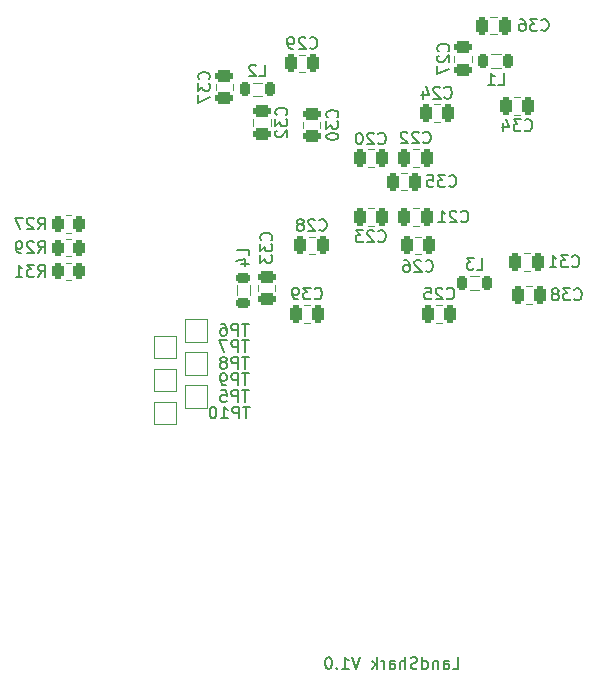
<source format=gbo>
%TF.GenerationSoftware,KiCad,Pcbnew,(6.0.5)*%
%TF.CreationDate,2025-04-13T13:17:39+02:00*%
%TF.ProjectId,LandShark,4c616e64-5368-4617-926b-2e6b69636164,rev?*%
%TF.SameCoordinates,Original*%
%TF.FileFunction,Legend,Bot*%
%TF.FilePolarity,Positive*%
%FSLAX46Y46*%
G04 Gerber Fmt 4.6, Leading zero omitted, Abs format (unit mm)*
G04 Created by KiCad (PCBNEW (6.0.5)) date 2025-04-13 13:17:39*
%MOMM*%
%LPD*%
G01*
G04 APERTURE LIST*
G04 Aperture macros list*
%AMRoundRect*
0 Rectangle with rounded corners*
0 $1 Rounding radius*
0 $2 $3 $4 $5 $6 $7 $8 $9 X,Y pos of 4 corners*
0 Add a 4 corners polygon primitive as box body*
4,1,4,$2,$3,$4,$5,$6,$7,$8,$9,$2,$3,0*
0 Add four circle primitives for the rounded corners*
1,1,$1+$1,$2,$3*
1,1,$1+$1,$4,$5*
1,1,$1+$1,$6,$7*
1,1,$1+$1,$8,$9*
0 Add four rect primitives between the rounded corners*
20,1,$1+$1,$2,$3,$4,$5,0*
20,1,$1+$1,$4,$5,$6,$7,0*
20,1,$1+$1,$6,$7,$8,$9,0*
20,1,$1+$1,$8,$9,$2,$3,0*%
G04 Aperture macros list end*
%ADD10C,0.150000*%
%ADD11C,0.120000*%
%ADD12C,2.000000*%
%ADD13R,1.700000X1.700000*%
%ADD14O,1.700000X1.700000*%
%ADD15RoundRect,0.250000X0.600000X-0.600000X0.600000X0.600000X-0.600000X0.600000X-0.600000X-0.600000X0*%
%ADD16C,1.700000*%
%ADD17C,6.400000*%
%ADD18C,1.524000*%
%ADD19RoundRect,0.250000X-0.475000X0.250000X-0.475000X-0.250000X0.475000X-0.250000X0.475000X0.250000X0*%
%ADD20R,1.500000X1.500000*%
%ADD21RoundRect,0.250000X0.250000X0.475000X-0.250000X0.475000X-0.250000X-0.475000X0.250000X-0.475000X0*%
%ADD22RoundRect,0.250000X-0.250000X-0.475000X0.250000X-0.475000X0.250000X0.475000X-0.250000X0.475000X0*%
%ADD23RoundRect,0.250000X0.475000X-0.250000X0.475000X0.250000X-0.475000X0.250000X-0.475000X-0.250000X0*%
%ADD24RoundRect,0.218750X-0.381250X0.218750X-0.381250X-0.218750X0.381250X-0.218750X0.381250X0.218750X0*%
%ADD25RoundRect,0.250000X-0.262500X-0.450000X0.262500X-0.450000X0.262500X0.450000X-0.262500X0.450000X0*%
%ADD26RoundRect,0.250000X0.262500X0.450000X-0.262500X0.450000X-0.262500X-0.450000X0.262500X-0.450000X0*%
%ADD27RoundRect,0.218750X0.218750X0.381250X-0.218750X0.381250X-0.218750X-0.381250X0.218750X-0.381250X0*%
%ADD28RoundRect,0.218750X-0.218750X-0.381250X0.218750X-0.381250X0.218750X0.381250X-0.218750X0.381250X0*%
G04 APERTURE END LIST*
D10*
X139542857Y-141252380D02*
X140019047Y-141252380D01*
X140019047Y-140252380D01*
X138780952Y-141252380D02*
X138780952Y-140728571D01*
X138828571Y-140633333D01*
X138923809Y-140585714D01*
X139114285Y-140585714D01*
X139209523Y-140633333D01*
X138780952Y-141204761D02*
X138876190Y-141252380D01*
X139114285Y-141252380D01*
X139209523Y-141204761D01*
X139257142Y-141109523D01*
X139257142Y-141014285D01*
X139209523Y-140919047D01*
X139114285Y-140871428D01*
X138876190Y-140871428D01*
X138780952Y-140823809D01*
X138304761Y-140585714D02*
X138304761Y-141252380D01*
X138304761Y-140680952D02*
X138257142Y-140633333D01*
X138161904Y-140585714D01*
X138019047Y-140585714D01*
X137923809Y-140633333D01*
X137876190Y-140728571D01*
X137876190Y-141252380D01*
X136971428Y-141252380D02*
X136971428Y-140252380D01*
X136971428Y-141204761D02*
X137066666Y-141252380D01*
X137257142Y-141252380D01*
X137352380Y-141204761D01*
X137400000Y-141157142D01*
X137447619Y-141061904D01*
X137447619Y-140776190D01*
X137400000Y-140680952D01*
X137352380Y-140633333D01*
X137257142Y-140585714D01*
X137066666Y-140585714D01*
X136971428Y-140633333D01*
X136542857Y-141204761D02*
X136400000Y-141252380D01*
X136161904Y-141252380D01*
X136066666Y-141204761D01*
X136019047Y-141157142D01*
X135971428Y-141061904D01*
X135971428Y-140966666D01*
X136019047Y-140871428D01*
X136066666Y-140823809D01*
X136161904Y-140776190D01*
X136352380Y-140728571D01*
X136447619Y-140680952D01*
X136495238Y-140633333D01*
X136542857Y-140538095D01*
X136542857Y-140442857D01*
X136495238Y-140347619D01*
X136447619Y-140300000D01*
X136352380Y-140252380D01*
X136114285Y-140252380D01*
X135971428Y-140300000D01*
X135542857Y-141252380D02*
X135542857Y-140252380D01*
X135114285Y-141252380D02*
X135114285Y-140728571D01*
X135161904Y-140633333D01*
X135257142Y-140585714D01*
X135400000Y-140585714D01*
X135495238Y-140633333D01*
X135542857Y-140680952D01*
X134209523Y-141252380D02*
X134209523Y-140728571D01*
X134257142Y-140633333D01*
X134352380Y-140585714D01*
X134542857Y-140585714D01*
X134638095Y-140633333D01*
X134209523Y-141204761D02*
X134304761Y-141252380D01*
X134542857Y-141252380D01*
X134638095Y-141204761D01*
X134685714Y-141109523D01*
X134685714Y-141014285D01*
X134638095Y-140919047D01*
X134542857Y-140871428D01*
X134304761Y-140871428D01*
X134209523Y-140823809D01*
X133733333Y-141252380D02*
X133733333Y-140585714D01*
X133733333Y-140776190D02*
X133685714Y-140680952D01*
X133638095Y-140633333D01*
X133542857Y-140585714D01*
X133447619Y-140585714D01*
X133114285Y-141252380D02*
X133114285Y-140252380D01*
X133019047Y-140871428D02*
X132733333Y-141252380D01*
X132733333Y-140585714D02*
X133114285Y-140966666D01*
X131685714Y-140252380D02*
X131352380Y-141252380D01*
X131019047Y-140252380D01*
X130161904Y-141252380D02*
X130733333Y-141252380D01*
X130447619Y-141252380D02*
X130447619Y-140252380D01*
X130542857Y-140395238D01*
X130638095Y-140490476D01*
X130733333Y-140538095D01*
X129733333Y-141157142D02*
X129685714Y-141204761D01*
X129733333Y-141252380D01*
X129780952Y-141204761D01*
X129733333Y-141157142D01*
X129733333Y-141252380D01*
X129066666Y-140252380D02*
X128971428Y-140252380D01*
X128876190Y-140300000D01*
X128828571Y-140347619D01*
X128780952Y-140442857D01*
X128733333Y-140633333D01*
X128733333Y-140871428D01*
X128780952Y-141061904D01*
X128828571Y-141157142D01*
X128876190Y-141204761D01*
X128971428Y-141252380D01*
X129066666Y-141252380D01*
X129161904Y-141204761D01*
X129209523Y-141157142D01*
X129257142Y-141061904D01*
X129304761Y-140871428D01*
X129304761Y-140633333D01*
X129257142Y-140442857D01*
X129209523Y-140347619D01*
X129161904Y-140300000D01*
X129066666Y-140252380D01*
%TO.C,C30*%
X129757142Y-94557142D02*
X129804761Y-94509523D01*
X129852380Y-94366666D01*
X129852380Y-94271428D01*
X129804761Y-94128571D01*
X129709523Y-94033333D01*
X129614285Y-93985714D01*
X129423809Y-93938095D01*
X129280952Y-93938095D01*
X129090476Y-93985714D01*
X128995238Y-94033333D01*
X128900000Y-94128571D01*
X128852380Y-94271428D01*
X128852380Y-94366666D01*
X128900000Y-94509523D01*
X128947619Y-94557142D01*
X128852380Y-94890476D02*
X128852380Y-95509523D01*
X129233333Y-95176190D01*
X129233333Y-95319047D01*
X129280952Y-95414285D01*
X129328571Y-95461904D01*
X129423809Y-95509523D01*
X129661904Y-95509523D01*
X129757142Y-95461904D01*
X129804761Y-95414285D01*
X129852380Y-95319047D01*
X129852380Y-95033333D01*
X129804761Y-94938095D01*
X129757142Y-94890476D01*
X128852380Y-96128571D02*
X128852380Y-96223809D01*
X128900000Y-96319047D01*
X128947619Y-96366666D01*
X129042857Y-96414285D01*
X129233333Y-96461904D01*
X129471428Y-96461904D01*
X129661904Y-96414285D01*
X129757142Y-96366666D01*
X129804761Y-96319047D01*
X129852380Y-96223809D01*
X129852380Y-96128571D01*
X129804761Y-96033333D01*
X129757142Y-95985714D01*
X129661904Y-95938095D01*
X129471428Y-95890476D01*
X129233333Y-95890476D01*
X129042857Y-95938095D01*
X128947619Y-95985714D01*
X128900000Y-96033333D01*
X128852380Y-96128571D01*
%TO.C,TP10*%
X122338095Y-119052380D02*
X121766666Y-119052380D01*
X122052380Y-120052380D02*
X122052380Y-119052380D01*
X121433333Y-120052380D02*
X121433333Y-119052380D01*
X121052380Y-119052380D01*
X120957142Y-119100000D01*
X120909523Y-119147619D01*
X120861904Y-119242857D01*
X120861904Y-119385714D01*
X120909523Y-119480952D01*
X120957142Y-119528571D01*
X121052380Y-119576190D01*
X121433333Y-119576190D01*
X119909523Y-120052380D02*
X120480952Y-120052380D01*
X120195238Y-120052380D02*
X120195238Y-119052380D01*
X120290476Y-119195238D01*
X120385714Y-119290476D01*
X120480952Y-119338095D01*
X119290476Y-119052380D02*
X119195238Y-119052380D01*
X119100000Y-119100000D01*
X119052380Y-119147619D01*
X119004761Y-119242857D01*
X118957142Y-119433333D01*
X118957142Y-119671428D01*
X119004761Y-119861904D01*
X119052380Y-119957142D01*
X119100000Y-120004761D01*
X119195238Y-120052380D01*
X119290476Y-120052380D01*
X119385714Y-120004761D01*
X119433333Y-119957142D01*
X119480952Y-119861904D01*
X119528571Y-119671428D01*
X119528571Y-119433333D01*
X119480952Y-119242857D01*
X119433333Y-119147619D01*
X119385714Y-119100000D01*
X119290476Y-119052380D01*
%TO.C,TP5*%
X122261904Y-117652380D02*
X121690476Y-117652380D01*
X121976190Y-118652380D02*
X121976190Y-117652380D01*
X121357142Y-118652380D02*
X121357142Y-117652380D01*
X120976190Y-117652380D01*
X120880952Y-117700000D01*
X120833333Y-117747619D01*
X120785714Y-117842857D01*
X120785714Y-117985714D01*
X120833333Y-118080952D01*
X120880952Y-118128571D01*
X120976190Y-118176190D01*
X121357142Y-118176190D01*
X119880952Y-117652380D02*
X120357142Y-117652380D01*
X120404761Y-118128571D01*
X120357142Y-118080952D01*
X120261904Y-118033333D01*
X120023809Y-118033333D01*
X119928571Y-118080952D01*
X119880952Y-118128571D01*
X119833333Y-118223809D01*
X119833333Y-118461904D01*
X119880952Y-118557142D01*
X119928571Y-118604761D01*
X120023809Y-118652380D01*
X120261904Y-118652380D01*
X120357142Y-118604761D01*
X120404761Y-118557142D01*
%TO.C,C21*%
X140242857Y-103357142D02*
X140290476Y-103404761D01*
X140433333Y-103452380D01*
X140528571Y-103452380D01*
X140671428Y-103404761D01*
X140766666Y-103309523D01*
X140814285Y-103214285D01*
X140861904Y-103023809D01*
X140861904Y-102880952D01*
X140814285Y-102690476D01*
X140766666Y-102595238D01*
X140671428Y-102500000D01*
X140528571Y-102452380D01*
X140433333Y-102452380D01*
X140290476Y-102500000D01*
X140242857Y-102547619D01*
X139861904Y-102547619D02*
X139814285Y-102500000D01*
X139719047Y-102452380D01*
X139480952Y-102452380D01*
X139385714Y-102500000D01*
X139338095Y-102547619D01*
X139290476Y-102642857D01*
X139290476Y-102738095D01*
X139338095Y-102880952D01*
X139909523Y-103452380D01*
X139290476Y-103452380D01*
X138338095Y-103452380D02*
X138909523Y-103452380D01*
X138623809Y-103452380D02*
X138623809Y-102452380D01*
X138719047Y-102595238D01*
X138814285Y-102690476D01*
X138909523Y-102738095D01*
%TO.C,C34*%
X145642857Y-95637142D02*
X145690476Y-95684761D01*
X145833333Y-95732380D01*
X145928571Y-95732380D01*
X146071428Y-95684761D01*
X146166666Y-95589523D01*
X146214285Y-95494285D01*
X146261904Y-95303809D01*
X146261904Y-95160952D01*
X146214285Y-94970476D01*
X146166666Y-94875238D01*
X146071428Y-94780000D01*
X145928571Y-94732380D01*
X145833333Y-94732380D01*
X145690476Y-94780000D01*
X145642857Y-94827619D01*
X145309523Y-94732380D02*
X144690476Y-94732380D01*
X145023809Y-95113333D01*
X144880952Y-95113333D01*
X144785714Y-95160952D01*
X144738095Y-95208571D01*
X144690476Y-95303809D01*
X144690476Y-95541904D01*
X144738095Y-95637142D01*
X144785714Y-95684761D01*
X144880952Y-95732380D01*
X145166666Y-95732380D01*
X145261904Y-95684761D01*
X145309523Y-95637142D01*
X143833333Y-95065714D02*
X143833333Y-95732380D01*
X144071428Y-94684761D02*
X144309523Y-95399047D01*
X143690476Y-95399047D01*
%TO.C,C33*%
X124157142Y-104957142D02*
X124204761Y-104909523D01*
X124252380Y-104766666D01*
X124252380Y-104671428D01*
X124204761Y-104528571D01*
X124109523Y-104433333D01*
X124014285Y-104385714D01*
X123823809Y-104338095D01*
X123680952Y-104338095D01*
X123490476Y-104385714D01*
X123395238Y-104433333D01*
X123300000Y-104528571D01*
X123252380Y-104671428D01*
X123252380Y-104766666D01*
X123300000Y-104909523D01*
X123347619Y-104957142D01*
X123252380Y-105290476D02*
X123252380Y-105909523D01*
X123633333Y-105576190D01*
X123633333Y-105719047D01*
X123680952Y-105814285D01*
X123728571Y-105861904D01*
X123823809Y-105909523D01*
X124061904Y-105909523D01*
X124157142Y-105861904D01*
X124204761Y-105814285D01*
X124252380Y-105719047D01*
X124252380Y-105433333D01*
X124204761Y-105338095D01*
X124157142Y-105290476D01*
X123252380Y-106242857D02*
X123252380Y-106861904D01*
X123633333Y-106528571D01*
X123633333Y-106671428D01*
X123680952Y-106766666D01*
X123728571Y-106814285D01*
X123823809Y-106861904D01*
X124061904Y-106861904D01*
X124157142Y-106814285D01*
X124204761Y-106766666D01*
X124252380Y-106671428D01*
X124252380Y-106385714D01*
X124204761Y-106290476D01*
X124157142Y-106242857D01*
%TO.C,C29*%
X127442857Y-88677142D02*
X127490476Y-88724761D01*
X127633333Y-88772380D01*
X127728571Y-88772380D01*
X127871428Y-88724761D01*
X127966666Y-88629523D01*
X128014285Y-88534285D01*
X128061904Y-88343809D01*
X128061904Y-88200952D01*
X128014285Y-88010476D01*
X127966666Y-87915238D01*
X127871428Y-87820000D01*
X127728571Y-87772380D01*
X127633333Y-87772380D01*
X127490476Y-87820000D01*
X127442857Y-87867619D01*
X127061904Y-87867619D02*
X127014285Y-87820000D01*
X126919047Y-87772380D01*
X126680952Y-87772380D01*
X126585714Y-87820000D01*
X126538095Y-87867619D01*
X126490476Y-87962857D01*
X126490476Y-88058095D01*
X126538095Y-88200952D01*
X127109523Y-88772380D01*
X126490476Y-88772380D01*
X126014285Y-88772380D02*
X125823809Y-88772380D01*
X125728571Y-88724761D01*
X125680952Y-88677142D01*
X125585714Y-88534285D01*
X125538095Y-88343809D01*
X125538095Y-87962857D01*
X125585714Y-87867619D01*
X125633333Y-87820000D01*
X125728571Y-87772380D01*
X125919047Y-87772380D01*
X126014285Y-87820000D01*
X126061904Y-87867619D01*
X126109523Y-87962857D01*
X126109523Y-88200952D01*
X126061904Y-88296190D01*
X126014285Y-88343809D01*
X125919047Y-88391428D01*
X125728571Y-88391428D01*
X125633333Y-88343809D01*
X125585714Y-88296190D01*
X125538095Y-88200952D01*
%TO.C,C32*%
X125437142Y-94357142D02*
X125484761Y-94309523D01*
X125532380Y-94166666D01*
X125532380Y-94071428D01*
X125484761Y-93928571D01*
X125389523Y-93833333D01*
X125294285Y-93785714D01*
X125103809Y-93738095D01*
X124960952Y-93738095D01*
X124770476Y-93785714D01*
X124675238Y-93833333D01*
X124580000Y-93928571D01*
X124532380Y-94071428D01*
X124532380Y-94166666D01*
X124580000Y-94309523D01*
X124627619Y-94357142D01*
X124532380Y-94690476D02*
X124532380Y-95309523D01*
X124913333Y-94976190D01*
X124913333Y-95119047D01*
X124960952Y-95214285D01*
X125008571Y-95261904D01*
X125103809Y-95309523D01*
X125341904Y-95309523D01*
X125437142Y-95261904D01*
X125484761Y-95214285D01*
X125532380Y-95119047D01*
X125532380Y-94833333D01*
X125484761Y-94738095D01*
X125437142Y-94690476D01*
X124627619Y-95690476D02*
X124580000Y-95738095D01*
X124532380Y-95833333D01*
X124532380Y-96071428D01*
X124580000Y-96166666D01*
X124627619Y-96214285D01*
X124722857Y-96261904D01*
X124818095Y-96261904D01*
X124960952Y-96214285D01*
X125532380Y-95642857D01*
X125532380Y-96261904D01*
%TO.C,L4*%
X122252380Y-106233333D02*
X122252380Y-105757142D01*
X121252380Y-105757142D01*
X121585714Y-106995238D02*
X122252380Y-106995238D01*
X121204761Y-106757142D02*
X121919047Y-106519047D01*
X121919047Y-107138095D01*
%TO.C,C23*%
X133242857Y-105037142D02*
X133290476Y-105084761D01*
X133433333Y-105132380D01*
X133528571Y-105132380D01*
X133671428Y-105084761D01*
X133766666Y-104989523D01*
X133814285Y-104894285D01*
X133861904Y-104703809D01*
X133861904Y-104560952D01*
X133814285Y-104370476D01*
X133766666Y-104275238D01*
X133671428Y-104180000D01*
X133528571Y-104132380D01*
X133433333Y-104132380D01*
X133290476Y-104180000D01*
X133242857Y-104227619D01*
X132861904Y-104227619D02*
X132814285Y-104180000D01*
X132719047Y-104132380D01*
X132480952Y-104132380D01*
X132385714Y-104180000D01*
X132338095Y-104227619D01*
X132290476Y-104322857D01*
X132290476Y-104418095D01*
X132338095Y-104560952D01*
X132909523Y-105132380D01*
X132290476Y-105132380D01*
X131957142Y-104132380D02*
X131338095Y-104132380D01*
X131671428Y-104513333D01*
X131528571Y-104513333D01*
X131433333Y-104560952D01*
X131385714Y-104608571D01*
X131338095Y-104703809D01*
X131338095Y-104941904D01*
X131385714Y-105037142D01*
X131433333Y-105084761D01*
X131528571Y-105132380D01*
X131814285Y-105132380D01*
X131909523Y-105084761D01*
X131957142Y-105037142D01*
%TO.C,C39*%
X127842857Y-109877142D02*
X127890476Y-109924761D01*
X128033333Y-109972380D01*
X128128571Y-109972380D01*
X128271428Y-109924761D01*
X128366666Y-109829523D01*
X128414285Y-109734285D01*
X128461904Y-109543809D01*
X128461904Y-109400952D01*
X128414285Y-109210476D01*
X128366666Y-109115238D01*
X128271428Y-109020000D01*
X128128571Y-108972380D01*
X128033333Y-108972380D01*
X127890476Y-109020000D01*
X127842857Y-109067619D01*
X127509523Y-108972380D02*
X126890476Y-108972380D01*
X127223809Y-109353333D01*
X127080952Y-109353333D01*
X126985714Y-109400952D01*
X126938095Y-109448571D01*
X126890476Y-109543809D01*
X126890476Y-109781904D01*
X126938095Y-109877142D01*
X126985714Y-109924761D01*
X127080952Y-109972380D01*
X127366666Y-109972380D01*
X127461904Y-109924761D01*
X127509523Y-109877142D01*
X126414285Y-109972380D02*
X126223809Y-109972380D01*
X126128571Y-109924761D01*
X126080952Y-109877142D01*
X125985714Y-109734285D01*
X125938095Y-109543809D01*
X125938095Y-109162857D01*
X125985714Y-109067619D01*
X126033333Y-109020000D01*
X126128571Y-108972380D01*
X126319047Y-108972380D01*
X126414285Y-109020000D01*
X126461904Y-109067619D01*
X126509523Y-109162857D01*
X126509523Y-109400952D01*
X126461904Y-109496190D01*
X126414285Y-109543809D01*
X126319047Y-109591428D01*
X126128571Y-109591428D01*
X126033333Y-109543809D01*
X125985714Y-109496190D01*
X125938095Y-109400952D01*
%TO.C,C35*%
X139242857Y-100357142D02*
X139290476Y-100404761D01*
X139433333Y-100452380D01*
X139528571Y-100452380D01*
X139671428Y-100404761D01*
X139766666Y-100309523D01*
X139814285Y-100214285D01*
X139861904Y-100023809D01*
X139861904Y-99880952D01*
X139814285Y-99690476D01*
X139766666Y-99595238D01*
X139671428Y-99500000D01*
X139528571Y-99452380D01*
X139433333Y-99452380D01*
X139290476Y-99500000D01*
X139242857Y-99547619D01*
X138909523Y-99452380D02*
X138290476Y-99452380D01*
X138623809Y-99833333D01*
X138480952Y-99833333D01*
X138385714Y-99880952D01*
X138338095Y-99928571D01*
X138290476Y-100023809D01*
X138290476Y-100261904D01*
X138338095Y-100357142D01*
X138385714Y-100404761D01*
X138480952Y-100452380D01*
X138766666Y-100452380D01*
X138861904Y-100404761D01*
X138909523Y-100357142D01*
X137385714Y-99452380D02*
X137861904Y-99452380D01*
X137909523Y-99928571D01*
X137861904Y-99880952D01*
X137766666Y-99833333D01*
X137528571Y-99833333D01*
X137433333Y-99880952D01*
X137385714Y-99928571D01*
X137338095Y-100023809D01*
X137338095Y-100261904D01*
X137385714Y-100357142D01*
X137433333Y-100404761D01*
X137528571Y-100452380D01*
X137766666Y-100452380D01*
X137861904Y-100404761D01*
X137909523Y-100357142D01*
%TO.C,C24*%
X138842857Y-92877142D02*
X138890476Y-92924761D01*
X139033333Y-92972380D01*
X139128571Y-92972380D01*
X139271428Y-92924761D01*
X139366666Y-92829523D01*
X139414285Y-92734285D01*
X139461904Y-92543809D01*
X139461904Y-92400952D01*
X139414285Y-92210476D01*
X139366666Y-92115238D01*
X139271428Y-92020000D01*
X139128571Y-91972380D01*
X139033333Y-91972380D01*
X138890476Y-92020000D01*
X138842857Y-92067619D01*
X138461904Y-92067619D02*
X138414285Y-92020000D01*
X138319047Y-91972380D01*
X138080952Y-91972380D01*
X137985714Y-92020000D01*
X137938095Y-92067619D01*
X137890476Y-92162857D01*
X137890476Y-92258095D01*
X137938095Y-92400952D01*
X138509523Y-92972380D01*
X137890476Y-92972380D01*
X137033333Y-92305714D02*
X137033333Y-92972380D01*
X137271428Y-91924761D02*
X137509523Y-92639047D01*
X136890476Y-92639047D01*
%TO.C,C25*%
X139042857Y-109877142D02*
X139090476Y-109924761D01*
X139233333Y-109972380D01*
X139328571Y-109972380D01*
X139471428Y-109924761D01*
X139566666Y-109829523D01*
X139614285Y-109734285D01*
X139661904Y-109543809D01*
X139661904Y-109400952D01*
X139614285Y-109210476D01*
X139566666Y-109115238D01*
X139471428Y-109020000D01*
X139328571Y-108972380D01*
X139233333Y-108972380D01*
X139090476Y-109020000D01*
X139042857Y-109067619D01*
X138661904Y-109067619D02*
X138614285Y-109020000D01*
X138519047Y-108972380D01*
X138280952Y-108972380D01*
X138185714Y-109020000D01*
X138138095Y-109067619D01*
X138090476Y-109162857D01*
X138090476Y-109258095D01*
X138138095Y-109400952D01*
X138709523Y-109972380D01*
X138090476Y-109972380D01*
X137185714Y-108972380D02*
X137661904Y-108972380D01*
X137709523Y-109448571D01*
X137661904Y-109400952D01*
X137566666Y-109353333D01*
X137328571Y-109353333D01*
X137233333Y-109400952D01*
X137185714Y-109448571D01*
X137138095Y-109543809D01*
X137138095Y-109781904D01*
X137185714Y-109877142D01*
X137233333Y-109924761D01*
X137328571Y-109972380D01*
X137566666Y-109972380D01*
X137661904Y-109924761D01*
X137709523Y-109877142D01*
%TO.C,TP8*%
X122261904Y-114852380D02*
X121690476Y-114852380D01*
X121976190Y-115852380D02*
X121976190Y-114852380D01*
X121357142Y-115852380D02*
X121357142Y-114852380D01*
X120976190Y-114852380D01*
X120880952Y-114900000D01*
X120833333Y-114947619D01*
X120785714Y-115042857D01*
X120785714Y-115185714D01*
X120833333Y-115280952D01*
X120880952Y-115328571D01*
X120976190Y-115376190D01*
X121357142Y-115376190D01*
X120214285Y-115280952D02*
X120309523Y-115233333D01*
X120357142Y-115185714D01*
X120404761Y-115090476D01*
X120404761Y-115042857D01*
X120357142Y-114947619D01*
X120309523Y-114900000D01*
X120214285Y-114852380D01*
X120023809Y-114852380D01*
X119928571Y-114900000D01*
X119880952Y-114947619D01*
X119833333Y-115042857D01*
X119833333Y-115090476D01*
X119880952Y-115185714D01*
X119928571Y-115233333D01*
X120023809Y-115280952D01*
X120214285Y-115280952D01*
X120309523Y-115328571D01*
X120357142Y-115376190D01*
X120404761Y-115471428D01*
X120404761Y-115661904D01*
X120357142Y-115757142D01*
X120309523Y-115804761D01*
X120214285Y-115852380D01*
X120023809Y-115852380D01*
X119928571Y-115804761D01*
X119880952Y-115757142D01*
X119833333Y-115661904D01*
X119833333Y-115471428D01*
X119880952Y-115376190D01*
X119928571Y-115328571D01*
X120023809Y-115280952D01*
%TO.C,C27*%
X139157142Y-88957142D02*
X139204761Y-88909523D01*
X139252380Y-88766666D01*
X139252380Y-88671428D01*
X139204761Y-88528571D01*
X139109523Y-88433333D01*
X139014285Y-88385714D01*
X138823809Y-88338095D01*
X138680952Y-88338095D01*
X138490476Y-88385714D01*
X138395238Y-88433333D01*
X138300000Y-88528571D01*
X138252380Y-88671428D01*
X138252380Y-88766666D01*
X138300000Y-88909523D01*
X138347619Y-88957142D01*
X138347619Y-89338095D02*
X138300000Y-89385714D01*
X138252380Y-89480952D01*
X138252380Y-89719047D01*
X138300000Y-89814285D01*
X138347619Y-89861904D01*
X138442857Y-89909523D01*
X138538095Y-89909523D01*
X138680952Y-89861904D01*
X139252380Y-89290476D01*
X139252380Y-89909523D01*
X138252380Y-90242857D02*
X138252380Y-90909523D01*
X139252380Y-90480952D01*
%TO.C,R29*%
X104442857Y-106052380D02*
X104776190Y-105576190D01*
X105014285Y-106052380D02*
X105014285Y-105052380D01*
X104633333Y-105052380D01*
X104538095Y-105100000D01*
X104490476Y-105147619D01*
X104442857Y-105242857D01*
X104442857Y-105385714D01*
X104490476Y-105480952D01*
X104538095Y-105528571D01*
X104633333Y-105576190D01*
X105014285Y-105576190D01*
X104061904Y-105147619D02*
X104014285Y-105100000D01*
X103919047Y-105052380D01*
X103680952Y-105052380D01*
X103585714Y-105100000D01*
X103538095Y-105147619D01*
X103490476Y-105242857D01*
X103490476Y-105338095D01*
X103538095Y-105480952D01*
X104109523Y-106052380D01*
X103490476Y-106052380D01*
X103014285Y-106052380D02*
X102823809Y-106052380D01*
X102728571Y-106004761D01*
X102680952Y-105957142D01*
X102585714Y-105814285D01*
X102538095Y-105623809D01*
X102538095Y-105242857D01*
X102585714Y-105147619D01*
X102633333Y-105100000D01*
X102728571Y-105052380D01*
X102919047Y-105052380D01*
X103014285Y-105100000D01*
X103061904Y-105147619D01*
X103109523Y-105242857D01*
X103109523Y-105480952D01*
X103061904Y-105576190D01*
X103014285Y-105623809D01*
X102919047Y-105671428D01*
X102728571Y-105671428D01*
X102633333Y-105623809D01*
X102585714Y-105576190D01*
X102538095Y-105480952D01*
%TO.C,C38*%
X149842857Y-109957142D02*
X149890476Y-110004761D01*
X150033333Y-110052380D01*
X150128571Y-110052380D01*
X150271428Y-110004761D01*
X150366666Y-109909523D01*
X150414285Y-109814285D01*
X150461904Y-109623809D01*
X150461904Y-109480952D01*
X150414285Y-109290476D01*
X150366666Y-109195238D01*
X150271428Y-109100000D01*
X150128571Y-109052380D01*
X150033333Y-109052380D01*
X149890476Y-109100000D01*
X149842857Y-109147619D01*
X149509523Y-109052380D02*
X148890476Y-109052380D01*
X149223809Y-109433333D01*
X149080952Y-109433333D01*
X148985714Y-109480952D01*
X148938095Y-109528571D01*
X148890476Y-109623809D01*
X148890476Y-109861904D01*
X148938095Y-109957142D01*
X148985714Y-110004761D01*
X149080952Y-110052380D01*
X149366666Y-110052380D01*
X149461904Y-110004761D01*
X149509523Y-109957142D01*
X148319047Y-109480952D02*
X148414285Y-109433333D01*
X148461904Y-109385714D01*
X148509523Y-109290476D01*
X148509523Y-109242857D01*
X148461904Y-109147619D01*
X148414285Y-109100000D01*
X148319047Y-109052380D01*
X148128571Y-109052380D01*
X148033333Y-109100000D01*
X147985714Y-109147619D01*
X147938095Y-109242857D01*
X147938095Y-109290476D01*
X147985714Y-109385714D01*
X148033333Y-109433333D01*
X148128571Y-109480952D01*
X148319047Y-109480952D01*
X148414285Y-109528571D01*
X148461904Y-109576190D01*
X148509523Y-109671428D01*
X148509523Y-109861904D01*
X148461904Y-109957142D01*
X148414285Y-110004761D01*
X148319047Y-110052380D01*
X148128571Y-110052380D01*
X148033333Y-110004761D01*
X147985714Y-109957142D01*
X147938095Y-109861904D01*
X147938095Y-109671428D01*
X147985714Y-109576190D01*
X148033333Y-109528571D01*
X148128571Y-109480952D01*
%TO.C,R31*%
X104442857Y-108052380D02*
X104776190Y-107576190D01*
X105014285Y-108052380D02*
X105014285Y-107052380D01*
X104633333Y-107052380D01*
X104538095Y-107100000D01*
X104490476Y-107147619D01*
X104442857Y-107242857D01*
X104442857Y-107385714D01*
X104490476Y-107480952D01*
X104538095Y-107528571D01*
X104633333Y-107576190D01*
X105014285Y-107576190D01*
X104109523Y-107052380D02*
X103490476Y-107052380D01*
X103823809Y-107433333D01*
X103680952Y-107433333D01*
X103585714Y-107480952D01*
X103538095Y-107528571D01*
X103490476Y-107623809D01*
X103490476Y-107861904D01*
X103538095Y-107957142D01*
X103585714Y-108004761D01*
X103680952Y-108052380D01*
X103966666Y-108052380D01*
X104061904Y-108004761D01*
X104109523Y-107957142D01*
X102538095Y-108052380D02*
X103109523Y-108052380D01*
X102823809Y-108052380D02*
X102823809Y-107052380D01*
X102919047Y-107195238D01*
X103014285Y-107290476D01*
X103109523Y-107338095D01*
%TO.C,C20*%
X133242857Y-96757142D02*
X133290476Y-96804761D01*
X133433333Y-96852380D01*
X133528571Y-96852380D01*
X133671428Y-96804761D01*
X133766666Y-96709523D01*
X133814285Y-96614285D01*
X133861904Y-96423809D01*
X133861904Y-96280952D01*
X133814285Y-96090476D01*
X133766666Y-95995238D01*
X133671428Y-95900000D01*
X133528571Y-95852380D01*
X133433333Y-95852380D01*
X133290476Y-95900000D01*
X133242857Y-95947619D01*
X132861904Y-95947619D02*
X132814285Y-95900000D01*
X132719047Y-95852380D01*
X132480952Y-95852380D01*
X132385714Y-95900000D01*
X132338095Y-95947619D01*
X132290476Y-96042857D01*
X132290476Y-96138095D01*
X132338095Y-96280952D01*
X132909523Y-96852380D01*
X132290476Y-96852380D01*
X131671428Y-95852380D02*
X131576190Y-95852380D01*
X131480952Y-95900000D01*
X131433333Y-95947619D01*
X131385714Y-96042857D01*
X131338095Y-96233333D01*
X131338095Y-96471428D01*
X131385714Y-96661904D01*
X131433333Y-96757142D01*
X131480952Y-96804761D01*
X131576190Y-96852380D01*
X131671428Y-96852380D01*
X131766666Y-96804761D01*
X131814285Y-96757142D01*
X131861904Y-96661904D01*
X131909523Y-96471428D01*
X131909523Y-96233333D01*
X131861904Y-96042857D01*
X131814285Y-95947619D01*
X131766666Y-95900000D01*
X131671428Y-95852380D01*
%TO.C,C31*%
X149642857Y-107157142D02*
X149690476Y-107204761D01*
X149833333Y-107252380D01*
X149928571Y-107252380D01*
X150071428Y-107204761D01*
X150166666Y-107109523D01*
X150214285Y-107014285D01*
X150261904Y-106823809D01*
X150261904Y-106680952D01*
X150214285Y-106490476D01*
X150166666Y-106395238D01*
X150071428Y-106300000D01*
X149928571Y-106252380D01*
X149833333Y-106252380D01*
X149690476Y-106300000D01*
X149642857Y-106347619D01*
X149309523Y-106252380D02*
X148690476Y-106252380D01*
X149023809Y-106633333D01*
X148880952Y-106633333D01*
X148785714Y-106680952D01*
X148738095Y-106728571D01*
X148690476Y-106823809D01*
X148690476Y-107061904D01*
X148738095Y-107157142D01*
X148785714Y-107204761D01*
X148880952Y-107252380D01*
X149166666Y-107252380D01*
X149261904Y-107204761D01*
X149309523Y-107157142D01*
X147738095Y-107252380D02*
X148309523Y-107252380D01*
X148023809Y-107252380D02*
X148023809Y-106252380D01*
X148119047Y-106395238D01*
X148214285Y-106490476D01*
X148309523Y-106538095D01*
%TO.C,TP6*%
X122261904Y-112052380D02*
X121690476Y-112052380D01*
X121976190Y-113052380D02*
X121976190Y-112052380D01*
X121357142Y-113052380D02*
X121357142Y-112052380D01*
X120976190Y-112052380D01*
X120880952Y-112100000D01*
X120833333Y-112147619D01*
X120785714Y-112242857D01*
X120785714Y-112385714D01*
X120833333Y-112480952D01*
X120880952Y-112528571D01*
X120976190Y-112576190D01*
X121357142Y-112576190D01*
X119928571Y-112052380D02*
X120119047Y-112052380D01*
X120214285Y-112100000D01*
X120261904Y-112147619D01*
X120357142Y-112290476D01*
X120404761Y-112480952D01*
X120404761Y-112861904D01*
X120357142Y-112957142D01*
X120309523Y-113004761D01*
X120214285Y-113052380D01*
X120023809Y-113052380D01*
X119928571Y-113004761D01*
X119880952Y-112957142D01*
X119833333Y-112861904D01*
X119833333Y-112623809D01*
X119880952Y-112528571D01*
X119928571Y-112480952D01*
X120023809Y-112433333D01*
X120214285Y-112433333D01*
X120309523Y-112480952D01*
X120357142Y-112528571D01*
X120404761Y-112623809D01*
%TO.C,C22*%
X137042857Y-96677142D02*
X137090476Y-96724761D01*
X137233333Y-96772380D01*
X137328571Y-96772380D01*
X137471428Y-96724761D01*
X137566666Y-96629523D01*
X137614285Y-96534285D01*
X137661904Y-96343809D01*
X137661904Y-96200952D01*
X137614285Y-96010476D01*
X137566666Y-95915238D01*
X137471428Y-95820000D01*
X137328571Y-95772380D01*
X137233333Y-95772380D01*
X137090476Y-95820000D01*
X137042857Y-95867619D01*
X136661904Y-95867619D02*
X136614285Y-95820000D01*
X136519047Y-95772380D01*
X136280952Y-95772380D01*
X136185714Y-95820000D01*
X136138095Y-95867619D01*
X136090476Y-95962857D01*
X136090476Y-96058095D01*
X136138095Y-96200952D01*
X136709523Y-96772380D01*
X136090476Y-96772380D01*
X135709523Y-95867619D02*
X135661904Y-95820000D01*
X135566666Y-95772380D01*
X135328571Y-95772380D01*
X135233333Y-95820000D01*
X135185714Y-95867619D01*
X135138095Y-95962857D01*
X135138095Y-96058095D01*
X135185714Y-96200952D01*
X135757142Y-96772380D01*
X135138095Y-96772380D01*
%TO.C,L2*%
X123166666Y-91102380D02*
X123642857Y-91102380D01*
X123642857Y-90102380D01*
X122880952Y-90197619D02*
X122833333Y-90150000D01*
X122738095Y-90102380D01*
X122500000Y-90102380D01*
X122404761Y-90150000D01*
X122357142Y-90197619D01*
X122309523Y-90292857D01*
X122309523Y-90388095D01*
X122357142Y-90530952D01*
X122928571Y-91102380D01*
X122309523Y-91102380D01*
%TO.C,C37*%
X118877142Y-91357142D02*
X118924761Y-91309523D01*
X118972380Y-91166666D01*
X118972380Y-91071428D01*
X118924761Y-90928571D01*
X118829523Y-90833333D01*
X118734285Y-90785714D01*
X118543809Y-90738095D01*
X118400952Y-90738095D01*
X118210476Y-90785714D01*
X118115238Y-90833333D01*
X118020000Y-90928571D01*
X117972380Y-91071428D01*
X117972380Y-91166666D01*
X118020000Y-91309523D01*
X118067619Y-91357142D01*
X117972380Y-91690476D02*
X117972380Y-92309523D01*
X118353333Y-91976190D01*
X118353333Y-92119047D01*
X118400952Y-92214285D01*
X118448571Y-92261904D01*
X118543809Y-92309523D01*
X118781904Y-92309523D01*
X118877142Y-92261904D01*
X118924761Y-92214285D01*
X118972380Y-92119047D01*
X118972380Y-91833333D01*
X118924761Y-91738095D01*
X118877142Y-91690476D01*
X117972380Y-92642857D02*
X117972380Y-93309523D01*
X118972380Y-92880952D01*
%TO.C,TP7*%
X122261904Y-113452380D02*
X121690476Y-113452380D01*
X121976190Y-114452380D02*
X121976190Y-113452380D01*
X121357142Y-114452380D02*
X121357142Y-113452380D01*
X120976190Y-113452380D01*
X120880952Y-113500000D01*
X120833333Y-113547619D01*
X120785714Y-113642857D01*
X120785714Y-113785714D01*
X120833333Y-113880952D01*
X120880952Y-113928571D01*
X120976190Y-113976190D01*
X121357142Y-113976190D01*
X120452380Y-113452380D02*
X119785714Y-113452380D01*
X120214285Y-114452380D01*
%TO.C,TP9*%
X122261904Y-116252380D02*
X121690476Y-116252380D01*
X121976190Y-117252380D02*
X121976190Y-116252380D01*
X121357142Y-117252380D02*
X121357142Y-116252380D01*
X120976190Y-116252380D01*
X120880952Y-116300000D01*
X120833333Y-116347619D01*
X120785714Y-116442857D01*
X120785714Y-116585714D01*
X120833333Y-116680952D01*
X120880952Y-116728571D01*
X120976190Y-116776190D01*
X121357142Y-116776190D01*
X120309523Y-117252380D02*
X120119047Y-117252380D01*
X120023809Y-117204761D01*
X119976190Y-117157142D01*
X119880952Y-117014285D01*
X119833333Y-116823809D01*
X119833333Y-116442857D01*
X119880952Y-116347619D01*
X119928571Y-116300000D01*
X120023809Y-116252380D01*
X120214285Y-116252380D01*
X120309523Y-116300000D01*
X120357142Y-116347619D01*
X120404761Y-116442857D01*
X120404761Y-116680952D01*
X120357142Y-116776190D01*
X120309523Y-116823809D01*
X120214285Y-116871428D01*
X120023809Y-116871428D01*
X119928571Y-116823809D01*
X119880952Y-116776190D01*
X119833333Y-116680952D01*
%TO.C,C26*%
X137242857Y-107557142D02*
X137290476Y-107604761D01*
X137433333Y-107652380D01*
X137528571Y-107652380D01*
X137671428Y-107604761D01*
X137766666Y-107509523D01*
X137814285Y-107414285D01*
X137861904Y-107223809D01*
X137861904Y-107080952D01*
X137814285Y-106890476D01*
X137766666Y-106795238D01*
X137671428Y-106700000D01*
X137528571Y-106652380D01*
X137433333Y-106652380D01*
X137290476Y-106700000D01*
X137242857Y-106747619D01*
X136861904Y-106747619D02*
X136814285Y-106700000D01*
X136719047Y-106652380D01*
X136480952Y-106652380D01*
X136385714Y-106700000D01*
X136338095Y-106747619D01*
X136290476Y-106842857D01*
X136290476Y-106938095D01*
X136338095Y-107080952D01*
X136909523Y-107652380D01*
X136290476Y-107652380D01*
X135433333Y-106652380D02*
X135623809Y-106652380D01*
X135719047Y-106700000D01*
X135766666Y-106747619D01*
X135861904Y-106890476D01*
X135909523Y-107080952D01*
X135909523Y-107461904D01*
X135861904Y-107557142D01*
X135814285Y-107604761D01*
X135719047Y-107652380D01*
X135528571Y-107652380D01*
X135433333Y-107604761D01*
X135385714Y-107557142D01*
X135338095Y-107461904D01*
X135338095Y-107223809D01*
X135385714Y-107128571D01*
X135433333Y-107080952D01*
X135528571Y-107033333D01*
X135719047Y-107033333D01*
X135814285Y-107080952D01*
X135861904Y-107128571D01*
X135909523Y-107223809D01*
%TO.C,C36*%
X147042857Y-87157142D02*
X147090476Y-87204761D01*
X147233333Y-87252380D01*
X147328571Y-87252380D01*
X147471428Y-87204761D01*
X147566666Y-87109523D01*
X147614285Y-87014285D01*
X147661904Y-86823809D01*
X147661904Y-86680952D01*
X147614285Y-86490476D01*
X147566666Y-86395238D01*
X147471428Y-86300000D01*
X147328571Y-86252380D01*
X147233333Y-86252380D01*
X147090476Y-86300000D01*
X147042857Y-86347619D01*
X146709523Y-86252380D02*
X146090476Y-86252380D01*
X146423809Y-86633333D01*
X146280952Y-86633333D01*
X146185714Y-86680952D01*
X146138095Y-86728571D01*
X146090476Y-86823809D01*
X146090476Y-87061904D01*
X146138095Y-87157142D01*
X146185714Y-87204761D01*
X146280952Y-87252380D01*
X146566666Y-87252380D01*
X146661904Y-87204761D01*
X146709523Y-87157142D01*
X145233333Y-86252380D02*
X145423809Y-86252380D01*
X145519047Y-86300000D01*
X145566666Y-86347619D01*
X145661904Y-86490476D01*
X145709523Y-86680952D01*
X145709523Y-87061904D01*
X145661904Y-87157142D01*
X145614285Y-87204761D01*
X145519047Y-87252380D01*
X145328571Y-87252380D01*
X145233333Y-87204761D01*
X145185714Y-87157142D01*
X145138095Y-87061904D01*
X145138095Y-86823809D01*
X145185714Y-86728571D01*
X145233333Y-86680952D01*
X145328571Y-86633333D01*
X145519047Y-86633333D01*
X145614285Y-86680952D01*
X145661904Y-86728571D01*
X145709523Y-86823809D01*
%TO.C,L3*%
X141566666Y-107452380D02*
X142042857Y-107452380D01*
X142042857Y-106452380D01*
X141328571Y-106452380D02*
X140709523Y-106452380D01*
X141042857Y-106833333D01*
X140900000Y-106833333D01*
X140804761Y-106880952D01*
X140757142Y-106928571D01*
X140709523Y-107023809D01*
X140709523Y-107261904D01*
X140757142Y-107357142D01*
X140804761Y-107404761D01*
X140900000Y-107452380D01*
X141185714Y-107452380D01*
X141280952Y-107404761D01*
X141328571Y-107357142D01*
%TO.C,R27*%
X104442857Y-104052380D02*
X104776190Y-103576190D01*
X105014285Y-104052380D02*
X105014285Y-103052380D01*
X104633333Y-103052380D01*
X104538095Y-103100000D01*
X104490476Y-103147619D01*
X104442857Y-103242857D01*
X104442857Y-103385714D01*
X104490476Y-103480952D01*
X104538095Y-103528571D01*
X104633333Y-103576190D01*
X105014285Y-103576190D01*
X104061904Y-103147619D02*
X104014285Y-103100000D01*
X103919047Y-103052380D01*
X103680952Y-103052380D01*
X103585714Y-103100000D01*
X103538095Y-103147619D01*
X103490476Y-103242857D01*
X103490476Y-103338095D01*
X103538095Y-103480952D01*
X104109523Y-104052380D01*
X103490476Y-104052380D01*
X103157142Y-103052380D02*
X102490476Y-103052380D01*
X102919047Y-104052380D01*
%TO.C,L1*%
X143366666Y-91802380D02*
X143842857Y-91802380D01*
X143842857Y-90802380D01*
X142509523Y-91802380D02*
X143080952Y-91802380D01*
X142795238Y-91802380D02*
X142795238Y-90802380D01*
X142890476Y-90945238D01*
X142985714Y-91040476D01*
X143080952Y-91088095D01*
%TO.C,C28*%
X128242857Y-104077142D02*
X128290476Y-104124761D01*
X128433333Y-104172380D01*
X128528571Y-104172380D01*
X128671428Y-104124761D01*
X128766666Y-104029523D01*
X128814285Y-103934285D01*
X128861904Y-103743809D01*
X128861904Y-103600952D01*
X128814285Y-103410476D01*
X128766666Y-103315238D01*
X128671428Y-103220000D01*
X128528571Y-103172380D01*
X128433333Y-103172380D01*
X128290476Y-103220000D01*
X128242857Y-103267619D01*
X127861904Y-103267619D02*
X127814285Y-103220000D01*
X127719047Y-103172380D01*
X127480952Y-103172380D01*
X127385714Y-103220000D01*
X127338095Y-103267619D01*
X127290476Y-103362857D01*
X127290476Y-103458095D01*
X127338095Y-103600952D01*
X127909523Y-104172380D01*
X127290476Y-104172380D01*
X126719047Y-103600952D02*
X126814285Y-103553333D01*
X126861904Y-103505714D01*
X126909523Y-103410476D01*
X126909523Y-103362857D01*
X126861904Y-103267619D01*
X126814285Y-103220000D01*
X126719047Y-103172380D01*
X126528571Y-103172380D01*
X126433333Y-103220000D01*
X126385714Y-103267619D01*
X126338095Y-103362857D01*
X126338095Y-103410476D01*
X126385714Y-103505714D01*
X126433333Y-103553333D01*
X126528571Y-103600952D01*
X126719047Y-103600952D01*
X126814285Y-103648571D01*
X126861904Y-103696190D01*
X126909523Y-103791428D01*
X126909523Y-103981904D01*
X126861904Y-104077142D01*
X126814285Y-104124761D01*
X126719047Y-104172380D01*
X126528571Y-104172380D01*
X126433333Y-104124761D01*
X126385714Y-104077142D01*
X126338095Y-103981904D01*
X126338095Y-103791428D01*
X126385714Y-103696190D01*
X126433333Y-103648571D01*
X126528571Y-103600952D01*
D11*
%TO.C,C30*%
X126865000Y-94938748D02*
X126865000Y-95461252D01*
X128335000Y-94938748D02*
X128335000Y-95461252D01*
%TO.C,TP10*%
X114250000Y-118650000D02*
X114250000Y-120550000D01*
X114250000Y-120550000D02*
X116150000Y-120550000D01*
X116150000Y-118650000D02*
X114250000Y-118650000D01*
X116150000Y-120550000D02*
X116150000Y-118650000D01*
%TO.C,TP5*%
X116850000Y-117250000D02*
X116850000Y-119150000D01*
X118750000Y-119150000D02*
X118750000Y-117250000D01*
X116850000Y-119150000D02*
X118750000Y-119150000D01*
X118750000Y-117250000D02*
X116850000Y-117250000D01*
%TO.C,C21*%
X136661252Y-103735000D02*
X136138748Y-103735000D01*
X136661252Y-102265000D02*
X136138748Y-102265000D01*
%TO.C,C34*%
X144738748Y-94335000D02*
X145261252Y-94335000D01*
X144738748Y-92865000D02*
X145261252Y-92865000D01*
%TO.C,C33*%
X123065000Y-108738748D02*
X123065000Y-109261252D01*
X124535000Y-108738748D02*
X124535000Y-109261252D01*
%TO.C,C29*%
X127061252Y-90735000D02*
X126538748Y-90735000D01*
X127061252Y-89265000D02*
X126538748Y-89265000D01*
%TO.C,C32*%
X122665000Y-95261252D02*
X122665000Y-94738748D01*
X124135000Y-95261252D02*
X124135000Y-94738748D01*
%TO.C,L4*%
X121240000Y-108800378D02*
X121240000Y-109599622D01*
X122360000Y-108800378D02*
X122360000Y-109599622D01*
%TO.C,C23*%
X132338748Y-102265000D02*
X132861252Y-102265000D01*
X132338748Y-103735000D02*
X132861252Y-103735000D01*
%TO.C,C39*%
X127461252Y-111935000D02*
X126938748Y-111935000D01*
X127461252Y-110465000D02*
X126938748Y-110465000D01*
%TO.C,C35*%
X135661252Y-99265000D02*
X135138748Y-99265000D01*
X135661252Y-100735000D02*
X135138748Y-100735000D01*
%TO.C,C24*%
X138461252Y-94935000D02*
X137938748Y-94935000D01*
X138461252Y-93465000D02*
X137938748Y-93465000D01*
%TO.C,C25*%
X138661252Y-110465000D02*
X138138748Y-110465000D01*
X138661252Y-111935000D02*
X138138748Y-111935000D01*
%TO.C,TP8*%
X118750000Y-114450000D02*
X116850000Y-114450000D01*
X116850000Y-114450000D02*
X116850000Y-116350000D01*
X116850000Y-116350000D02*
X118750000Y-116350000D01*
X118750000Y-116350000D02*
X118750000Y-114450000D01*
%TO.C,C27*%
X141135000Y-89861252D02*
X141135000Y-89338748D01*
X139665000Y-89861252D02*
X139665000Y-89338748D01*
%TO.C,R29*%
X106772936Y-106335000D02*
X107227064Y-106335000D01*
X106772936Y-104865000D02*
X107227064Y-104865000D01*
%TO.C,C38*%
X145738748Y-108865000D02*
X146261252Y-108865000D01*
X145738748Y-110335000D02*
X146261252Y-110335000D01*
%TO.C,R31*%
X107227064Y-106865000D02*
X106772936Y-106865000D01*
X107227064Y-108335000D02*
X106772936Y-108335000D01*
%TO.C,C20*%
X132338748Y-97265000D02*
X132861252Y-97265000D01*
X132338748Y-98735000D02*
X132861252Y-98735000D01*
%TO.C,C31*%
X145538748Y-107535000D02*
X146061252Y-107535000D01*
X145538748Y-106065000D02*
X146061252Y-106065000D01*
%TO.C,TP6*%
X118750000Y-111650000D02*
X116850000Y-111650000D01*
X116850000Y-111650000D02*
X116850000Y-113550000D01*
X118750000Y-113550000D02*
X118750000Y-111650000D01*
X116850000Y-113550000D02*
X118750000Y-113550000D01*
%TO.C,C22*%
X136661252Y-98735000D02*
X136138748Y-98735000D01*
X136661252Y-97265000D02*
X136138748Y-97265000D01*
%TO.C,L2*%
X123399622Y-91640000D02*
X122600378Y-91640000D01*
X123399622Y-92760000D02*
X122600378Y-92760000D01*
%TO.C,C37*%
X119465000Y-91738748D02*
X119465000Y-92261252D01*
X120935000Y-91738748D02*
X120935000Y-92261252D01*
%TO.C,TP7*%
X116150000Y-114950000D02*
X116150000Y-113050000D01*
X114250000Y-113050000D02*
X114250000Y-114950000D01*
X114250000Y-114950000D02*
X116150000Y-114950000D01*
X116150000Y-113050000D02*
X114250000Y-113050000D01*
%TO.C,TP9*%
X116150000Y-117750000D02*
X116150000Y-115850000D01*
X114250000Y-115850000D02*
X114250000Y-117750000D01*
X116150000Y-115850000D02*
X114250000Y-115850000D01*
X114250000Y-117750000D02*
X116150000Y-117750000D01*
%TO.C,C26*%
X136861252Y-106135000D02*
X136338748Y-106135000D01*
X136861252Y-104665000D02*
X136338748Y-104665000D01*
%TO.C,C36*%
X143261252Y-86065000D02*
X142738748Y-86065000D01*
X143261252Y-87535000D02*
X142738748Y-87535000D01*
%TO.C,L3*%
X141000378Y-108040000D02*
X141799622Y-108040000D01*
X141000378Y-109160000D02*
X141799622Y-109160000D01*
%TO.C,R27*%
X107227064Y-102865000D02*
X106772936Y-102865000D01*
X107227064Y-104335000D02*
X106772936Y-104335000D01*
%TO.C,L1*%
X142800378Y-89240000D02*
X143599622Y-89240000D01*
X142800378Y-90360000D02*
X143599622Y-90360000D01*
%TO.C,C28*%
X127861252Y-106135000D02*
X127338748Y-106135000D01*
X127861252Y-104665000D02*
X127338748Y-104665000D01*
%TD*%
%LPC*%
D12*
%TO.C,TP2*%
X173000000Y-69600000D03*
%TD*%
D13*
%TO.C,J2*%
X170420000Y-76370000D03*
D14*
X172960000Y-76370000D03*
X170420000Y-78910000D03*
X172960000Y-78910000D03*
X170420000Y-81450000D03*
X172960000Y-81450000D03*
X170420000Y-83990000D03*
X172960000Y-83990000D03*
X170420000Y-86530000D03*
X172960000Y-86530000D03*
X170420000Y-89070000D03*
X172960000Y-89070000D03*
X170420000Y-91610000D03*
X172960000Y-91610000D03*
X170420000Y-94150000D03*
X172960000Y-94150000D03*
X170420000Y-96690000D03*
X172960000Y-96690000D03*
X170420000Y-99230000D03*
X172960000Y-99230000D03*
X170420000Y-101770000D03*
X172960000Y-101770000D03*
X170420000Y-104310000D03*
X172960000Y-104310000D03*
X170420000Y-106850000D03*
X172960000Y-106850000D03*
X170420000Y-109390000D03*
X172960000Y-109390000D03*
X170420000Y-111930000D03*
X172960000Y-111930000D03*
X170420000Y-114470000D03*
X172960000Y-114470000D03*
X170420000Y-117010000D03*
X172960000Y-117010000D03*
X170420000Y-119550000D03*
X172960000Y-119550000D03*
X170420000Y-122090000D03*
X172960000Y-122090000D03*
X170420000Y-124630000D03*
X172960000Y-124630000D03*
%TD*%
D12*
%TO.C,TP3*%
X96000000Y-131400000D03*
%TD*%
D15*
%TO.C,J4*%
X129420000Y-64300000D03*
D16*
X129420000Y-61760000D03*
X131960000Y-64300000D03*
X131960000Y-61760000D03*
X134500000Y-64300000D03*
X134500000Y-61760000D03*
X137040000Y-64300000D03*
X137040000Y-61760000D03*
X139580000Y-64300000D03*
X139580000Y-61760000D03*
%TD*%
D12*
%TO.C,TP1*%
X96000000Y-69600000D03*
%TD*%
D17*
%TO.C,H3*%
X96000000Y-139000000D03*
%TD*%
%TO.C,H4*%
X173000000Y-139000000D03*
%TD*%
%TO.C,H2*%
X173000000Y-62000000D03*
%TD*%
D13*
%TO.C,J6*%
X106525000Y-91000000D03*
D14*
X109065000Y-91000000D03*
X111605000Y-91000000D03*
X114145000Y-91000000D03*
X116685000Y-91000000D03*
%TD*%
D13*
%TO.C,J1*%
X98500000Y-76370000D03*
D14*
X95960000Y-76370000D03*
X98500000Y-78910000D03*
X95960000Y-78910000D03*
X98500000Y-81450000D03*
X95960000Y-81450000D03*
X98500000Y-83990000D03*
X95960000Y-83990000D03*
X98500000Y-86530000D03*
X95960000Y-86530000D03*
X98500000Y-89070000D03*
X95960000Y-89070000D03*
X98500000Y-91610000D03*
X95960000Y-91610000D03*
X98500000Y-94150000D03*
X95960000Y-94150000D03*
X98500000Y-96690000D03*
X95960000Y-96690000D03*
X98500000Y-99230000D03*
X95960000Y-99230000D03*
X98500000Y-101770000D03*
X95960000Y-101770000D03*
X98500000Y-104310000D03*
X95960000Y-104310000D03*
X98500000Y-106850000D03*
X95960000Y-106850000D03*
X98500000Y-109390000D03*
X95960000Y-109390000D03*
X98500000Y-111930000D03*
X95960000Y-111930000D03*
X98500000Y-114470000D03*
X95960000Y-114470000D03*
X98500000Y-117010000D03*
X95960000Y-117010000D03*
X98500000Y-119550000D03*
X95960000Y-119550000D03*
X98500000Y-122090000D03*
X95960000Y-122090000D03*
X98500000Y-124630000D03*
X95960000Y-124630000D03*
%TD*%
D12*
%TO.C,TP4*%
X173000000Y-131400000D03*
%TD*%
D17*
%TO.C,H1*%
X96000000Y-62000000D03*
%TD*%
D13*
%TO.C,J5*%
X120000000Y-130500000D03*
D14*
X117460000Y-130500000D03*
X114920000Y-130500000D03*
X112380000Y-130500000D03*
X109840000Y-130500000D03*
X107300000Y-130500000D03*
X120000000Y-133040000D03*
X117460000Y-133040000D03*
X114920000Y-133040000D03*
X112380000Y-133040000D03*
X109840000Y-133040000D03*
X107300000Y-133040000D03*
%TD*%
D15*
%TO.C,J3*%
X152900000Y-64300000D03*
D16*
X152900000Y-61760000D03*
X155440000Y-64300000D03*
X155440000Y-61760000D03*
X157980000Y-64300000D03*
X157980000Y-61760000D03*
X160520000Y-64300000D03*
X160520000Y-61760000D03*
X163060000Y-64300000D03*
X163060000Y-61760000D03*
%TD*%
D18*
%TO.C,U4*%
X143250000Y-126610000D03*
X145790000Y-126610000D03*
X148330000Y-126610000D03*
X150870000Y-126610000D03*
X153410000Y-126610000D03*
X155950000Y-126610000D03*
X155950000Y-118990000D03*
X153410000Y-118990000D03*
X150870000Y-118990000D03*
X148330000Y-118990000D03*
X145790000Y-118990000D03*
X143250000Y-118990000D03*
%TD*%
D13*
%TO.C,J7*%
X165400000Y-70380000D03*
D14*
X165400000Y-72920000D03*
X165400000Y-75460000D03*
X165400000Y-78000000D03*
X165400000Y-80540000D03*
%TD*%
D19*
%TO.C,C30*%
X127600000Y-94250000D03*
X127600000Y-96150000D03*
%TD*%
D20*
%TO.C,TP10*%
X115200000Y-119600000D03*
%TD*%
%TO.C,TP5*%
X117800000Y-118200000D03*
%TD*%
D21*
%TO.C,C21*%
X137350000Y-103000000D03*
X135450000Y-103000000D03*
%TD*%
D22*
%TO.C,C34*%
X144050000Y-93600000D03*
X145950000Y-93600000D03*
%TD*%
D19*
%TO.C,C33*%
X123800000Y-108050000D03*
X123800000Y-109950000D03*
%TD*%
D21*
%TO.C,C29*%
X127750000Y-90000000D03*
X125850000Y-90000000D03*
%TD*%
D23*
%TO.C,C32*%
X123400000Y-95950000D03*
X123400000Y-94050000D03*
%TD*%
D24*
%TO.C,L4*%
X121800000Y-108137500D03*
X121800000Y-110262500D03*
%TD*%
D22*
%TO.C,C23*%
X131650000Y-103000000D03*
X133550000Y-103000000D03*
%TD*%
D21*
%TO.C,C39*%
X128150000Y-111200000D03*
X126250000Y-111200000D03*
%TD*%
%TO.C,C35*%
X136350000Y-100000000D03*
X134450000Y-100000000D03*
%TD*%
%TO.C,C24*%
X139150000Y-94200000D03*
X137250000Y-94200000D03*
%TD*%
%TO.C,C25*%
X139350000Y-111200000D03*
X137450000Y-111200000D03*
%TD*%
D20*
%TO.C,TP8*%
X117800000Y-115400000D03*
%TD*%
D23*
%TO.C,C27*%
X140400000Y-90550000D03*
X140400000Y-88650000D03*
%TD*%
D25*
%TO.C,R29*%
X106087500Y-105600000D03*
X107912500Y-105600000D03*
%TD*%
D22*
%TO.C,C38*%
X145050000Y-109600000D03*
X146950000Y-109600000D03*
%TD*%
D26*
%TO.C,R31*%
X107912500Y-107600000D03*
X106087500Y-107600000D03*
%TD*%
D22*
%TO.C,C20*%
X131650000Y-98000000D03*
X133550000Y-98000000D03*
%TD*%
%TO.C,C31*%
X144850000Y-106800000D03*
X146750000Y-106800000D03*
%TD*%
D20*
%TO.C,TP6*%
X117800000Y-112600000D03*
%TD*%
D21*
%TO.C,C22*%
X137350000Y-98000000D03*
X135450000Y-98000000D03*
%TD*%
D27*
%TO.C,L2*%
X124062500Y-92200000D03*
X121937500Y-92200000D03*
%TD*%
D19*
%TO.C,C37*%
X120200000Y-91050000D03*
X120200000Y-92950000D03*
%TD*%
D20*
%TO.C,TP7*%
X115200000Y-114000000D03*
%TD*%
%TO.C,TP9*%
X115200000Y-116800000D03*
%TD*%
D21*
%TO.C,C26*%
X137550000Y-105400000D03*
X135650000Y-105400000D03*
%TD*%
%TO.C,C36*%
X143950000Y-86800000D03*
X142050000Y-86800000D03*
%TD*%
D28*
%TO.C,L3*%
X140337500Y-108600000D03*
X142462500Y-108600000D03*
%TD*%
D26*
%TO.C,R27*%
X107912500Y-103600000D03*
X106087500Y-103600000D03*
%TD*%
D28*
%TO.C,L1*%
X142137500Y-89800000D03*
X144262500Y-89800000D03*
%TD*%
D21*
%TO.C,C28*%
X128550000Y-105400000D03*
X126650000Y-105400000D03*
%TD*%
M02*

</source>
